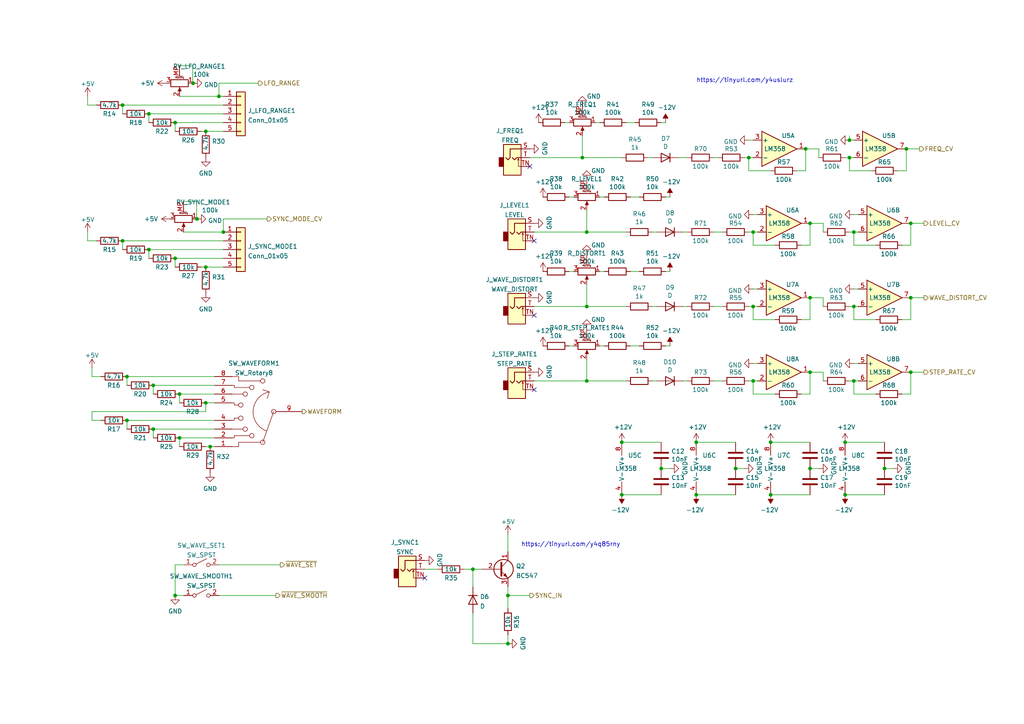
<source format=kicad_sch>
(kicad_sch (version 20211123) (generator eeschema)
  (paper "A4")
  (title_block (title "ED VCLFO") (date "2022-05-15") (rev "1.0") (company "RobotDialogs"))
  (lib_symbols
    (symbol "Amplifier_Operational:LM358" (pin_names (offset 0.127))
      (property "Reference" "U" (at 0 5.08 0))
      (property "Value" "LM358" (at 0 -5.08 0))
      (symbol "LM358_1_1"
        (pin output line (at 7.62 0 180) (length 2.54) (name "~") (number "1"))
        (pin input line (at -7.62 -2.54 0) (length 2.54) (name "-") (number "2"))
        (pin input line (at -7.62 2.54 0) (length 2.54) (name "+") (number "3"))
      )
      (symbol "LM358_2_1"
        (pin input line (at -7.62 2.54 0) (length 2.54) (name "+") (number "5"))
        (pin input line (at -7.62 -2.54 0) (length 2.54) (name "-") (number "6"))
        (pin output line (at 7.62 0 180) (length 2.54) (name "~") (number "7"))
      )
      (symbol "LM358_3_1"
        (pin power_in line (at -2.54 -7.62 90) (length 3.81) (name "V-") (number "4"))
        (pin power_in line (at -2.54 7.62 270) (length 3.81) (name "V+") (number "8"))
      )
    )
    (symbol "Connector:AudioJack2_SwitchT"
      (property "Reference" "J" (at 0 8.89 0))
      (property "Value" "AudioJack2_SwitchT" (at 0 6.35 0))
      (symbol "AudioJack2_SwitchT_1_1"
        (pin passive line (at 5.08 2.54 180) (length 2.54) (name "~") (number "S"))
        (pin passive line (at 5.08 0 180) (length 2.54) (name "~") (number "T"))
        (pin passive line (at 5.08 -2.54 180) (length 2.54) (name "~") (number "TN"))
      )
    )
    (symbol "Connector_Generic:Conn_01x05" (pin_names (offset 1.016) hide)
      (property "Reference" "J" (at 0 7.62 0))
      (property "Value" "Conn_01x05" (at 0 -7.62 0))
      (symbol "Conn_01x05_1_1"
        (pin passive line (at -5.08 5.08 0) (length 3.81) (name "Pin_1") (number "1"))
        (pin passive line (at -5.08 2.54 0) (length 3.81) (name "Pin_2") (number "2"))
        (pin passive line (at -5.08 0 0) (length 3.81) (name "Pin_3") (number "3"))
        (pin passive line (at -5.08 -2.54 0) (length 3.81) (name "Pin_4") (number "4"))
        (pin passive line (at -5.08 -5.08 0) (length 3.81) (name "Pin_5") (number "5"))
      )
    )
    (symbol "Device:C" (pin_numbers hide) (pin_names (offset 0.254))
      (property "Reference" "C" (at 0.635 2.54 0))
      (property "Value" "C" (at 0.635 -2.54 0))
      (symbol "C_1_1"
        (pin passive line (at 0 3.81 270) (length 2.794) (name "~") (number "1"))
        (pin passive line (at 0 -3.81 90) (length 2.794) (name "~") (number "2"))
      )
    )
    (symbol "Device:D" (pin_numbers hide) (pin_names (offset 1.016) hide)
      (property "Reference" "D" (at 0 2.54 0))
      (property "Value" "D" (at 0 -2.54 0))
      (symbol "D_1_1"
        (pin passive line (at -3.81 0 0) (length 2.54) (name "K") (number "1"))
        (pin passive line (at 3.81 0 180) (length 2.54) (name "A") (number "2"))
      )
    )
    (symbol "Device:R" (pin_numbers hide) (pin_names (offset 0))
      (property "Reference" "R" (at 2.032 0 90))
      (property "Value" "R" (at 0 0 90))
      (symbol "R_1_1"
        (pin passive line (at 0 3.81 270) (length 1.27) (name "~") (number "1"))
        (pin passive line (at 0 -3.81 90) (length 1.27) (name "~") (number "2"))
      )
    )
    (symbol "Device:R_Potentiometer_MountingPin" (pin_names (offset 1.016) hide)
      (property "Reference" "RV" (at -8.255 0 90))
      (property "Value" "R_Potentiometer_MountingPin" (at -6.35 0 90))
      (symbol "R_Potentiometer_MountingPin_1_1"
        (text "Mounting" (at -1.651 0 900) (effects (font (size 0.381 0.381))))
        (pin passive line (at 0 3.81 270) (length 1.27) (name "1") (number "1"))
        (pin passive line (at 3.81 0 180) (length 1.27) (name "2") (number "2"))
        (pin passive line (at 0 -3.81 90) (length 1.27) (name "3") (number "3"))
        (pin passive line (at -5.08 0 0) (length 3.048) (name "MountPin") (number "MP"))
      )
    )
    (symbol "My Stuff:SW_Rotary8" (pin_names (offset 1.016) hide)
      (property "Reference" "SW" (at 0 12.7 0))
      (property "Value" "SW_Rotary8" (at -0.254 -12.954 0))
      (symbol "SW_Rotary8_0_1"
        (pin passive line (at 10.16 10.16 180) (length 5.08) (name "1") (number "1"))
        (pin passive line (at 10.16 7.62 180) (length 5.08) (name "2") (number "2"))
        (pin passive line (at 10.16 5.08 180) (length 5.08) (name "3") (number "3"))
        (pin passive line (at 10.16 2.54 180) (length 5.08) (name "4") (number "4"))
        (pin passive line (at 10.16 -2.54 180) (length 5.08) (name "5") (number "5"))
        (pin passive line (at 10.16 -5.08 180) (length 5.08) (name "6") (number "6"))
        (pin passive line (at 10.16 -7.62 180) (length 5.08) (name "7") (number "7"))
        (pin passive line (at 10.16 -10.16 180) (length 5.08) (name "8") (number "8"))
        (pin passive line (at -15.24 0 0) (length 7.62) (name "9") (number "9"))
      )
    )
    (symbol "Switch:SW_SPST" (pin_names (offset 0) hide)
      (property "Reference" "SW" (at 0 3.175 0))
      (property "Value" "SW_SPST" (at 0 -2.54 0))
      (symbol "SW_SPST_1_1"
        (pin passive line (at -5.08 0 0) (length 2.54) (name "A") (number "1"))
        (pin passive line (at 5.08 0 180) (length 2.54) (name "B") (number "2"))
      )
    )
    (symbol "Transistor_BJT:BC547" (pin_names (offset 0) hide)
      (property "Reference" "Q" (at 5.08 1.905 0))
      (property "Value" "BC547" (at 5.08 0 0))
      (symbol "BC547_1_1"
        (pin passive line (at 2.54 5.08 270) (length 2.54) (name "C") (number "1"))
        (pin input line (at -5.08 0 0) (length 5.08) (name "B") (number "2"))
        (pin passive line (at 2.54 -5.08 90) (length 2.54) (name "E") (number "3"))
      )
    )
    (symbol "power:+12V" (power) (pin_names (offset 0))
      (property "Value" "+12V" (at 0 3.556 0))
      (symbol "+12V_1_1"
        (pin power_in line (at 0 0 90) (length 0) hide (name "+12V") (number "1"))
      )
    )
    (symbol "power:+5V" (power) (pin_names (offset 0))
      (property "Value" "+5V" (at 0 3.556 0))
      (symbol "+5V_1_1"
        (pin power_in line (at 0 0 90) (length 0) hide (name "+5V") (number "1"))
      )
    )
    (symbol "power:-12V" (power) (pin_names (offset 0))
      (property "Value" "-12V" (at 0 3.81 0))
      (symbol "-12V_0_0"
        (pin power_in line (at 0 0 90) (length 0) hide (name "-12V") (number "1"))
      )
    )
    (symbol "power:GND" (power) (pin_names (offset 0))
      (property "Value" "GND" (at 0 -3.81 0))
      (symbol "GND_1_1"
        (pin power_in line (at 0 0 270) (length 0) hide (name "GND") (number "1"))
      )
    )
  )
  (junction (at 43.18 33.02))
  (junction (at 170.18 110.49))
  (junction (at 59.69 77.47))
  (junction (at 218.44 67.31))
  (junction (at 262.89 43.18))
  (junction (at 56.0014 24.13))
  (junction (at 191.77 135.89))
  (junction (at 223.52 143.51))
  (junction (at 63.5 27.94))
  (junction (at 246.38 40.64))
  (junction (at 201.93 128.27))
  (junction (at 36.83 121.92))
  (junction (at 234.95 107.95))
  (junction (at 147.32 172.72))
  (junction (at 60.96 129.54))
  (junction (at 43.18 72.39))
  (junction (at 52.07 127))
  (junction (at 57.15 63.5))
  (junction (at 234.95 135.89))
  (junction (at 218.44 110.49))
  (junction (at 35.56 69.85))
  (junction (at 44.45 124.46))
  (junction (at 147.32 186.69))
  (junction (at 180.34 128.27))
  (junction (at 44.45 111.76))
  (junction (at 36.83 109.22))
  (junction (at 264.16 107.95))
  (junction (at 35.56 30.48))
  (junction (at 256.54 135.89))
  (junction (at 180.34 143.51))
  (junction (at 247.65 67.31))
  (junction (at 52.07 114.3))
  (junction (at 50.8 35.56))
  (junction (at 213.36 135.89))
  (junction (at 168.91 45.72))
  (junction (at 50.8 172.72))
  (junction (at 64.77 67.31))
  (junction (at 59.69 38.1))
  (junction (at 247.65 88.9))
  (junction (at 264.16 86.36))
  (junction (at 59.69 116.84))
  (junction (at 245.11 143.51))
  (junction (at 223.52 128.27))
  (junction (at 137.16 165.1))
  (junction (at 234.95 64.77))
  (junction (at 217.17 45.72))
  (junction (at 233.68 43.18))
  (junction (at 246.38 45.72))
  (junction (at 50.8 74.93))
  (junction (at 170.18 67.31))
  (junction (at 218.44 88.9))
  (junction (at 234.95 86.36))
  (junction (at 201.93 143.51))
  (junction (at 245.11 128.27))
  (junction (at 170.18 88.9))
  (junction (at 247.65 110.49))
  (junction (at 264.16 64.77))
  (no_connect (at 123.19 167.64))
  (no_connect (at 154.94 69.85))
  (no_connect (at 154.94 113.03))
  (no_connect (at 154.94 91.44))
  (no_connect (at 153.67 48.26))
  (wire (pts (xy 43.18 72.39) (xy 43.18 74.93)))
  (wire (pts (xy 64.77 38.1) (xy 59.69 38.1)))
  (wire (pts (xy 264.16 114.3) (xy 261.62 114.3)))
  (wire (pts (xy 264.16 64.77) (xy 267.97 64.77)))
  (wire (pts (xy 168.91 45.72) (xy 180.34 45.72)))
  (wire (pts (xy 247.65 105.41) (xy 248.92 105.41)))
  (wire (pts (xy 264.16 71.12) (xy 261.62 71.12)))
  (wire (pts (xy 218.44 62.23) (xy 219.71 62.23)))
  (wire (pts (xy 170.18 110.49) (xy 181.61 110.49)))
  (wire (pts (xy 234.95 86.36) (xy 238.76 86.36)))
  (wire (pts (xy 63.5 27.94) (xy 64.77 27.94)))
  (wire (pts (xy 245.11 45.72) (xy 246.38 45.72)))
  (wire (pts (xy 59.69 116.84) (xy 62.23 116.84)))
  (wire (pts (xy 246.38 67.31) (xy 247.65 67.31)))
  (wire (pts (xy 44.45 124.46) (xy 44.45 127)))
  (wire (pts (xy 252.73 49.53) (xy 246.38 49.53)))
  (wire (pts (xy 262.89 43.18) (xy 266.7 43.18)))
  (wire (pts (xy 59.69 129.54) (xy 60.96 129.54)))
  (wire (pts (xy 134.62 165.1) (xy 137.16 165.1)))
  (wire (pts (xy 64.77 35.56) (xy 50.8 35.56)))
  (wire (pts (xy 172.72 35.56) (xy 173.99 35.56)))
  (wire (pts (xy 234.95 92.71) (xy 232.41 92.71)))
  (wire (pts (xy 52.07 114.3) (xy 62.23 114.3)))
  (wire (pts (xy 254 71.12) (xy 247.65 71.12)))
  (wire (pts (xy 137.16 170.18) (xy 137.16 165.1)))
  (wire (pts (xy 264.16 86.36) (xy 267.97 86.36)))
  (wire (pts (xy 207.01 88.9) (xy 209.55 88.9)))
  (wire (pts (xy 217.17 45.72) (xy 218.44 45.72)))
  (wire (pts (xy 247.65 71.12) (xy 247.65 67.31)))
  (wire (pts (xy 154.94 67.31) (xy 170.18 67.31)))
  (wire (pts (xy 207.01 45.72) (xy 208.28 45.72)))
  (wire (pts (xy 36.83 109.22) (xy 62.23 109.22)))
  (wire (pts (xy 223.52 143.51) (xy 234.95 143.51)))
  (wire (pts (xy 63.5 24.13) (xy 63.5 27.94)))
  (wire (pts (xy 234.95 71.12) (xy 232.41 71.12)))
  (wire (pts (xy 168.91 39.37) (xy 168.91 45.72)))
  (wire (pts (xy 238.76 107.95) (xy 238.76 110.49)))
  (wire (pts (xy 52.07 19.05) (xy 55.88 19.05)))
  (wire (pts (xy 198.12 88.9) (xy 199.39 88.9)))
  (wire (pts (xy 154.94 88.9) (xy 170.18 88.9)))
  (wire (pts (xy 147.32 172.72) (xy 147.32 176.53)))
  (wire (pts (xy 223.52 49.53) (xy 217.17 49.53)))
  (wire (pts (xy 64.77 30.48) (xy 35.56 30.48)))
  (wire (pts (xy 246.38 40.64) (xy 247.65 40.64)))
  (wire (pts (xy 218.44 67.31) (xy 219.71 67.31)))
  (wire (pts (xy 187.96 45.72) (xy 189.23 45.72)))
  (wire (pts (xy 189.23 110.49) (xy 190.5 110.49)))
  (wire (pts (xy 44.45 111.76) (xy 62.23 111.76)))
  (wire (pts (xy 246.38 45.72) (xy 247.65 45.72)))
  (wire (pts (xy 218.44 92.71) (xy 218.44 88.9)))
  (wire (pts (xy 191.77 135.89) (xy 194.31 135.89)))
  (wire (pts (xy 154.94 110.49) (xy 170.18 110.49)))
  (wire (pts (xy 181.61 35.56) (xy 184.15 35.56)))
  (wire (pts (xy 201.93 143.51) (xy 213.36 143.51)))
  (wire (pts (xy 52.07 27.94) (xy 63.5 27.94)))
  (wire (pts (xy 63.5 172.72) (xy 80.01 172.72)))
  (wire (pts (xy 26.67 121.92) (xy 29.21 121.92)))
  (wire (pts (xy 215.9 45.72) (xy 217.17 45.72)))
  (wire (pts (xy 234.95 86.36) (xy 234.95 92.71)))
  (wire (pts (xy 64.77 77.47) (xy 59.69 77.47)))
  (wire (pts (xy 217.17 88.9) (xy 218.44 88.9)))
  (wire (pts (xy 180.34 128.27) (xy 191.77 128.27)))
  (wire (pts (xy 137.16 186.69) (xy 137.16 177.8)))
  (wire (pts (xy 170.18 82.55) (xy 170.18 88.9)))
  (wire (pts (xy 246.38 49.53) (xy 246.38 45.72)))
  (wire (pts (xy 194.31 78.74) (xy 193.04 78.74)))
  (wire (pts (xy 26.67 121.92) (xy 26.67 119.38)))
  (wire (pts (xy 256.54 135.89) (xy 259.08 135.89)))
  (wire (pts (xy 234.95 107.95) (xy 238.76 107.95)))
  (wire (pts (xy 217.17 67.31) (xy 218.44 67.31)))
  (wire (pts (xy 247.65 67.31) (xy 248.92 67.31)))
  (wire (pts (xy 43.18 33.02) (xy 43.18 35.56)))
  (wire (pts (xy 245.11 128.27) (xy 256.54 128.27)))
  (wire (pts (xy 247.65 62.23) (xy 248.92 62.23)))
  (wire (pts (xy 193.04 35.56) (xy 191.77 35.56)))
  (wire (pts (xy 123.19 165.1) (xy 127 165.1)))
  (wire (pts (xy 173.99 78.74) (xy 175.26 78.74)))
  (wire (pts (xy 170.18 67.31) (xy 181.61 67.31)))
  (wire (pts (xy 218.44 114.3) (xy 218.44 110.49)))
  (wire (pts (xy 264.16 92.71) (xy 261.62 92.71)))
  (wire (pts (xy 246.38 110.49) (xy 247.65 110.49)))
  (wire (pts (xy 246.38 88.9) (xy 247.65 88.9)))
  (wire (pts (xy 213.36 135.89) (xy 215.9 135.89)))
  (wire (pts (xy 264.16 64.77) (xy 264.16 71.12)))
  (wire (pts (xy 246.38 39.37) (xy 246.38 40.64)))
  (wire (pts (xy 224.79 92.71) (xy 218.44 92.71)))
  (wire (pts (xy 238.76 86.36) (xy 238.76 88.9)))
  (wire (pts (xy 64.77 63.5) (xy 64.77 67.31)))
  (wire (pts (xy 247.65 88.9) (xy 248.92 88.9)))
  (wire (pts (xy 198.12 67.31) (xy 199.39 67.31)))
  (wire (pts (xy 234.95 114.3) (xy 232.41 114.3)))
  (wire (pts (xy 218.44 105.41) (xy 219.71 105.41)))
  (wire (pts (xy 36.83 121.92) (xy 62.23 121.92)))
  (wire (pts (xy 182.88 100.33) (xy 185.42 100.33)))
  (wire (pts (xy 234.95 64.77) (xy 234.95 71.12)))
  (wire (pts (xy 170.18 104.14) (xy 170.18 110.49)))
  (wire (pts (xy 50.8 163.83) (xy 50.8 172.72)))
  (wire (pts (xy 217.17 40.64) (xy 218.44 40.64)))
  (wire (pts (xy 25.4 67.31) (xy 25.4 69.85)))
  (wire (pts (xy 53.2186 58.42) (xy 57.0286 58.42)))
  (wire (pts (xy 50.8 35.56) (xy 50.8 38.1)))
  (wire (pts (xy 36.83 109.22) (xy 36.83 111.76)))
  (wire (pts (xy 147.32 170.18) (xy 147.32 172.72)))
  (wire (pts (xy 53.34 163.83) (xy 50.8 163.83)))
  (wire (pts (xy 264.16 107.95) (xy 264.16 114.3)))
  (wire (pts (xy 64.77 74.93) (xy 50.8 74.93)))
  (wire (pts (xy 59.69 38.1) (xy 58.42 38.1)))
  (wire (pts (xy 147.32 154.94) (xy 147.32 160.02)))
  (wire (pts (xy 63.5 163.83) (xy 81.28 163.83)))
  (wire (pts (xy 64.77 72.39) (xy 43.18 72.39)))
  (wire (pts (xy 218.44 88.9) (xy 219.71 88.9)))
  (wire (pts (xy 55.88 19.05) (xy 55.88 24.13)))
  (wire (pts (xy 234.95 107.95) (xy 234.95 114.3)))
  (wire (pts (xy 57.0286 58.42) (xy 57.0286 63.5)))
  (wire (pts (xy 64.77 69.85) (xy 35.56 69.85)))
  (wire (pts (xy 173.99 57.15) (xy 175.26 57.15)))
  (wire (pts (xy 233.68 43.18) (xy 237.49 43.18)))
  (wire (pts (xy 262.89 49.53) (xy 260.35 49.53)))
  (wire (pts (xy 50.8 74.93) (xy 50.8 77.47)))
  (wire (pts (xy 217.17 110.49) (xy 218.44 110.49)))
  (wire (pts (xy 234.95 135.89) (xy 237.49 135.89)))
  (wire (pts (xy 52.07 127) (xy 62.23 127)))
  (wire (pts (xy 163.83 35.56) (xy 165.1 35.56)))
  (wire (pts (xy 26.67 109.22) (xy 29.21 109.22)))
  (wire (pts (xy 26.67 119.38) (xy 59.69 119.38)))
  (wire (pts (xy 245.11 143.51) (xy 256.54 143.51)))
  (wire (pts (xy 201.93 128.27) (xy 213.36 128.27)))
  (wire (pts (xy 264.16 86.36) (xy 264.16 92.71)))
  (wire (pts (xy 74.93 24.13) (xy 63.5 24.13)))
  (wire (pts (xy 26.67 106.68) (xy 26.67 109.22)))
  (wire (pts (xy 254 114.3) (xy 247.65 114.3)))
  (wire (pts (xy 165.1 57.15) (xy 166.37 57.15)))
  (wire (pts (xy 59.69 77.47) (xy 58.42 77.47)))
  (wire (pts (xy 147.32 184.15) (xy 147.32 186.69)))
  (wire (pts (xy 25.4 30.48) (xy 27.94 30.48)))
  (wire (pts (xy 254 92.71) (xy 247.65 92.71)))
  (wire (pts (xy 50.8 172.72) (xy 53.34 172.72)))
  (wire (pts (xy 207.01 110.49) (xy 209.55 110.49)))
  (wire (pts (xy 153.67 45.72) (xy 168.91 45.72)))
  (wire (pts (xy 194.31 100.33) (xy 193.04 100.33)))
  (wire (pts (xy 224.79 114.3) (xy 218.44 114.3)))
  (wire (pts (xy 247.65 110.49) (xy 248.92 110.49)))
  (wire (pts (xy 182.88 78.74) (xy 185.42 78.74)))
  (wire (pts (xy 218.44 71.12) (xy 218.44 67.31)))
  (wire (pts (xy 233.68 43.18) (xy 233.68 49.53)))
  (wire (pts (xy 77.47 63.5) (xy 64.77 63.5)))
  (wire (pts (xy 198.12 110.49) (xy 199.39 110.49)))
  (wire (pts (xy 64.77 33.02) (xy 43.18 33.02)))
  (wire (pts (xy 25.4 69.85) (xy 27.94 69.85)))
  (wire (pts (xy 170.18 60.96) (xy 170.18 67.31)))
  (wire (pts (xy 218.44 110.49) (xy 219.71 110.49)))
  (wire (pts (xy 262.89 43.18) (xy 262.89 49.53)))
  (wire (pts (xy 165.1 78.74) (xy 166.37 78.74)))
  (wire (pts (xy 36.83 121.92) (xy 36.83 124.46)))
  (wire (pts (xy 53.2186 67.31) (xy 64.77 67.31)))
  (wire (pts (xy 35.56 69.85) (xy 35.56 72.39)))
  (wire (pts (xy 44.45 111.76) (xy 44.45 114.3)))
  (wire (pts (xy 196.85 45.72) (xy 199.39 45.72)))
  (wire (pts (xy 238.76 64.77) (xy 238.76 67.31)))
  (wire (pts (xy 60.96 129.54) (xy 62.23 129.54)))
  (wire (pts (xy 52.07 114.3) (xy 52.07 116.84)))
  (wire (pts (xy 234.95 64.77) (xy 238.76 64.77)))
  (wire (pts (xy 165.1 100.33) (xy 166.37 100.33)))
  (wire (pts (xy 137.16 165.1) (xy 139.7 165.1)))
  (wire (pts (xy 52.07 127) (xy 52.07 129.54)))
  (wire (pts (xy 247.65 92.71) (xy 247.65 88.9)))
  (wire (pts (xy 59.69 116.84) (xy 59.69 119.38)))
  (wire (pts (xy 173.99 100.33) (xy 175.26 100.33)))
  (wire (pts (xy 44.45 124.46) (xy 62.23 124.46)))
  (wire (pts (xy 182.88 57.15) (xy 185.42 57.15)))
  (wire (pts (xy 207.01 67.31) (xy 209.55 67.31)))
  (wire (pts (xy 25.4 27.94) (xy 25.4 30.48)))
  (wire (pts (xy 147.32 172.72) (xy 153.67 172.72)))
  (wire (pts (xy 223.52 128.27) (xy 234.95 128.27)))
  (wire (pts (xy 224.79 71.12) (xy 218.44 71.12)))
  (wire (pts (xy 233.68 49.53) (xy 231.14 49.53)))
  (wire (pts (xy 247.65 114.3) (xy 247.65 110.49)))
  (wire (pts (xy 247.65 83.82) (xy 248.92 83.82)))
  (wire (pts (xy 217.17 49.53) (xy 217.17 45.72)))
  (wire (pts (xy 264.16 107.95) (xy 267.97 107.95)))
  (wire (pts (xy 35.56 30.48) (xy 35.56 33.02)))
  (wire (pts (xy 218.44 83.82) (xy 219.71 83.82)))
  (wire (pts (xy 170.18 88.9) (xy 181.61 88.9)))
  (wire (pts (xy 147.32 186.69) (xy 137.16 186.69)))
  (wire (pts (xy 189.23 67.31) (xy 190.5 67.31)))
  (wire (pts (xy 180.34 143.51) (xy 191.77 143.51)))
  (wire (pts (xy 189.23 88.9) (xy 190.5 88.9)))
  (wire (pts (xy 194.31 57.15) (xy 193.04 57.15)))
  (wire (pts (xy 237.49 43.18) (xy 237.49 45.72)))
  (text "https://tinyurl.com/y4uslurz" (at 201.93 24.13 0) (effects (font (size 1.27 1.27)) (justify left bottom)))
  (text "https://tinyurl.com/y4q85rny" (at 151.13 158.75 0) (effects (font (size 1.27 1.27)) (justify left bottom)))
  (hierarchical_label "~{WAVE_SET}" (shape output) (at 81.28 163.83 0))
  (hierarchical_label "FREQ_CV" (shape output) (at 266.7 43.18 0))
  (hierarchical_label "SYNC_MODE_CV" (shape output) (at 77.47 63.5 0))
  (hierarchical_label "WAVE_DISTORT_CV" (shape output) (at 267.97 86.36 0))
  (hierarchical_label "STEP_RATE_CV" (shape output) (at 267.97 107.95 0))
  (hierarchical_label "SYNC_IN" (shape output) (at 153.67 172.72 0))
  (hierarchical_label "WAVEFORM" (shape output) (at 87.63 119.38 0))
  (hierarchical_label "LFO_RANGE" (shape output) (at 74.93 24.13 0))
  (hierarchical_label "LEVEL_CV" (shape output) (at 267.97 64.77 0))
  (hierarchical_label "~{WAVE_SMOOTH}" (shape output) (at 80.01 172.72 0))
  (symbol (lib_id "Connector_Generic:Conn_01x05") (at 69.85 72.39 0) (unit 1)
    (property "Reference" "J_SYNC_MODE1" (at 71.882 71.4815 0) (effects (justify left)))
    (property "Value" "Conn_01x05" (at 71.882 74.2566 0) (effects (justify left)))
    (property "Footprint" "Connector_PinSocket_2.54mm:PinSocket_1x05_P2.54mm_Horizontal" (effects hide))
  )
  (symbol (lib_id "power:GND") (at 247.65 62.23 270) (unit 1)
    (property "Reference" "#PWR045" (effects hide))
    (property "Value" "GND" (at 244.4751 62.709 90) (effects (justify right)))
  )
  (symbol (lib_id "Device:R") (at 48.26 114.3 270) (mirror x) (unit 1)
    (property "Reference" "R24" (at 48.26 116.84 90))
    (property "Value" "10k" (at 48.26 114.3 90))
    (property "Footprint" "Resistor_SMD:R_1206_3216Metric_Pad1.30x1.75mm_HandSolder" (effects hide))
  )
  (symbol (lib_id "Device:R") (at 161.29 57.15 90) (unit 1)
    (property "Reference" "R38" (at 161.29 51.8922 90))
    (property "Value" "10k" (at 161.29 54.2036 90))
    (property "Footprint" "Resistor_SMD:R_1206_3216Metric_Pad1.30x1.75mm_HandSolder" (effects hide))
  )
  (symbol (lib_id "Device:R") (at 203.2 45.72 270) (unit 1)
    (property "Reference" "R70" (at 203.2 43.18 90))
    (property "Value" "100k" (at 203.2 48.26 90))
    (property "Footprint" "Resistor_SMD:R_1206_3216Metric_Pad1.30x1.75mm_HandSolder" (effects hide))
  )
  (symbol (lib_id "Device:R") (at 256.54 49.53 270) (unit 1)
    (property "Reference" "R65" (at 256.54 46.99 90))
    (property "Value" "100k" (at 256.54 52.07 90))
    (property "Footprint" "Resistor_SMD:R_1206_3216Metric_Pad1.30x1.75mm_HandSolder" (effects hide))
  )
  (symbol (lib_id "power:+5V") (at 48.26 24.13 90) (mirror x) (unit 1)
    (property "Reference" "#PWR020" (effects hide))
    (property "Value" "+5V" (at 40.64 24.13 90) (effects (justify right)))
  )
  (symbol (lib_id "Device:R") (at 179.07 78.74 90) (unit 1)
    (property "Reference" "R43" (at 179.07 73.4822 90))
    (property "Value" "100k" (at 179.07 75.7936 90))
    (property "Footprint" "Resistor_SMD:R_1206_3216Metric_Pad1.30x1.75mm_HandSolder" (effects hide))
  )
  (symbol (lib_id "Device:R") (at 242.57 67.31 270) (unit 1)
    (property "Reference" "R62" (at 242.57 64.77 90))
    (property "Value" "100k" (at 242.57 69.85 90))
    (property "Footprint" "Resistor_SMD:R_1206_3216Metric_Pad1.30x1.75mm_HandSolder" (effects hide))
  )
  (symbol (lib_id "Device:R") (at 46.99 35.56 270) (mirror x) (unit 1)
    (property "Reference" "R22" (at 46.99 38.1 90))
    (property "Value" "10k" (at 46.99 35.56 90))
    (property "Footprint" "Resistor_SMD:R_1206_3216Metric_Pad1.30x1.75mm_HandSolder" (effects hide))
  )
  (symbol (lib_id "Device:D") (at 194.31 88.9 180) (unit 1)
    (property "Reference" "D9" (at 194.31 83.3882 0))
    (property "Value" "D" (at 194.31 85.6996 0))
    (property "Footprint" "Diode_THT:D_A-405_P7.62mm_Horizontal" (effects hide))
  )
  (symbol (lib_id "Device:R") (at 213.36 88.9 270) (unit 1)
    (property "Reference" "R55" (at 213.36 86.36 90))
    (property "Value" "100k" (at 213.36 91.44 90))
    (property "Footprint" "Resistor_SMD:R_1206_3216Metric_Pad1.30x1.75mm_HandSolder" (effects hide))
  )
  (symbol (lib_id "Amplifier_Operational:LM358") (at 247.65 135.89 0) (unit 3)
    (property "Reference" "U8" (at 248.92 132.08 0))
    (property "Value" "LM358" (at 246.38 135.89 0))
    (property "Footprint" "Package_DIP:DIP-8_W7.62mm_Socket_LongPads" (effects hide))
    (property "Datasheet" "http://www.ti.com/lit/ds/symlink/lm2904-n.pdf" (effects hide))
  )
  (symbol (lib_id "Device:R") (at 59.69 41.91 0) (mirror y) (unit 1)
    (property "Reference" "R30" (at 61.468 41.0015 0) (effects (justify right)))
    (property "Value" "4.7k" (at 59.69 39.37 90) (effects (justify right)))
    (property "Footprint" "Resistor_SMD:R_1206_3216Metric_Pad1.30x1.75mm_HandSolder" (effects hide))
  )
  (symbol (lib_id "power:GND") (at 154.94 64.77 90) (unit 1)
    (property "Reference" "#PWR057" (effects hide))
    (property "Value" "GND" (at 159.3342 64.643 0))
  )
  (symbol (lib_id "power:+5V") (at 147.32 154.94 0) (mirror y) (unit 1)
    (property "Reference" "#PWR016" (effects hide))
    (property "Value" "+5V" (at 147.32 151.3355 0))
  )
  (symbol (lib_id "Connector:AudioJack2_SwitchT") (at 149.86 67.31 0) (unit 1)
    (property "Reference" "J_LEVEL1" (at 149.225 59.5335 0))
    (property "Value" "LEVEL" (at 149.225 62.3086 0))
    (property "Footprint" "My Stuff:Jack_3.5mm_MJ-355W_and_PJ398SM_Vertical" (effects hide))
  )
  (symbol (lib_id "Device:R") (at 59.69 81.28 0) (mirror y) (unit 1)
    (property "Reference" "R31" (at 61.468 80.3715 0) (effects (justify right)))
    (property "Value" "4.7k" (at 59.69 78.74 90) (effects (justify right)))
    (property "Footprint" "Resistor_SMD:R_1206_3216Metric_Pad1.30x1.75mm_HandSolder" (effects hide))
  )
  (symbol (lib_id "Device:R") (at 212.09 45.72 270) (unit 1)
    (property "Reference" "R53" (at 212.09 43.18 90))
    (property "Value" "100k" (at 212.09 48.26 90))
    (property "Footprint" "Resistor_SMD:R_1206_3216Metric_Pad1.30x1.75mm_HandSolder" (effects hide))
  )
  (symbol (lib_id "Device:R_Potentiometer_MountingPin") (at 168.91 35.56 270) (unit 1)
    (property "Reference" "R_FREQ1" (at 168.91 30.3022 90))
    (property "Value" "100k" (at 168.91 32.6136 90))
    (property "Footprint" "My Stuff:Potentiometer_Alpha_RD901F-40-00D_Single_Vertical_w_3d" (effects hide))
  )
  (symbol (lib_id "Connector:AudioJack2_SwitchT") (at 148.59 45.72 0) (unit 1)
    (property "Reference" "J_FREQ1" (at 147.955 37.9435 0))
    (property "Value" "FREQ" (at 147.955 40.7186 0))
    (property "Footprint" "My Stuff:Jack_3.5mm_MJ-355W_and_PJ398SM_Vertical" (effects hide))
  )
  (symbol (lib_id "Device:R") (at 213.36 110.49 270) (unit 1)
    (property "Reference" "R56" (at 213.36 107.95 90))
    (property "Value" "100k" (at 213.36 113.03 90))
    (property "Footprint" "Resistor_SMD:R_1206_3216Metric_Pad1.30x1.75mm_HandSolder" (effects hide))
  )
  (symbol (lib_id "Device:C") (at 256.54 139.7 180) (unit 1)
    (property "Reference" "C19" (at 259.461 138.5316 0) (effects (justify right)))
    (property "Value" "10nF" (at 259.461 140.843 0) (effects (justify right)))
    (property "Footprint" "Capacitor_SMD:C_1206_3216Metric_Pad1.33x1.80mm_HandSolder" (effects hide))
  )
  (symbol (lib_id "Device:R") (at 55.88 129.54 270) (mirror x) (unit 1)
    (property "Reference" "R29" (at 55.88 132.08 90))
    (property "Value" "10k" (at 55.88 129.54 90))
    (property "Footprint" "Resistor_SMD:R_1206_3216Metric_Pad1.30x1.75mm_HandSolder" (effects hide))
  )
  (symbol (lib_id "power:GND") (at 170.18 52.07 180) (unit 1)
    (property "Reference" "#PWR054" (effects hide))
    (property "Value" "GND" (at 171.45 49.53 0) (effects (justify right)))
  )
  (symbol (lib_id "power:-12V") (at 180.34 143.51 180) (unit 1)
    (property "Reference" "#PWR026" (effects hide))
    (property "Value" "-12V" (at 179.959 147.9042 0))
  )
  (symbol (lib_id "power:GND") (at 194.31 135.89 90) (unit 1)
    (property "Reference" "#PWR027" (effects hide))
    (property "Value" "GND" (at 198.7042 135.763 0))
  )
  (symbol (lib_id "power:+12V") (at 223.52 128.27 0) (unit 1)
    (property "Reference" "#PWR039" (effects hide))
    (property "Value" "+12V" (at 223.901 123.8758 0))
  )
  (symbol (lib_id "Amplifier_Operational:LM358") (at 256.54 86.36 0) (unit 2)
    (property "Reference" "U7" (at 259.08 82.55 0))
    (property "Value" "LM358" (at 255.27 86.36 0))
    (property "Footprint" "Package_DIP:DIP-8_W7.62mm_Socket_LongPads" (effects hide))
    (property "Datasheet" "http://www.ti.com/lit/ds/symlink/lm2904-n.pdf" (effects hide))
  )
  (symbol (lib_id "power:+12V") (at 180.34 128.27 0) (unit 1)
    (property "Reference" "#PWR025" (effects hide))
    (property "Value" "+12V" (at 180.721 123.8758 0))
  )
  (symbol (lib_id "Device:C") (at 191.77 139.7 180) (unit 1)
    (property "Reference" "C13" (at 194.691 138.5316 0) (effects (justify right)))
    (property "Value" "10nF" (at 194.691 140.843 0) (effects (justify right)))
    (property "Footprint" "Capacitor_SMD:C_1206_3216Metric_Pad1.33x1.80mm_HandSolder" (effects hide))
  )
  (symbol (lib_id "Device:D") (at 193.04 45.72 180) (unit 1)
    (property "Reference" "D7" (at 193.04 40.2082 0))
    (property "Value" "D" (at 193.04 42.5196 0))
    (property "Footprint" "Diode_THT:D_A-405_P7.62mm_Horizontal" (effects hide))
  )
  (symbol (lib_id "Connector:AudioJack2_SwitchT") (at 149.86 88.9 0) (unit 1)
    (property "Reference" "J_WAVE_DISTORT1" (at 149.225 81.1235 0))
    (property "Value" "WAVE_DISTORT" (at 149.225 83.8986 0))
    (property "Footprint" "My Stuff:Jack_3.5mm_MJ-355W_and_PJ398SM_Vertical" (effects hide))
  )
  (symbol (lib_id "Device:C") (at 213.36 132.08 180) (unit 1)
    (property "Reference" "C14" (at 216.281 130.9116 0) (effects (justify right)))
    (property "Value" "10nF" (at 216.281 133.223 0) (effects (justify right)))
    (property "Footprint" "Capacitor_SMD:C_1206_3216Metric_Pad1.33x1.80mm_HandSolder" (effects hide))
  )
  (symbol (lib_id "Device:D") (at 194.31 110.49 180) (unit 1)
    (property "Reference" "D10" (at 194.31 104.9782 0))
    (property "Value" "D" (at 194.31 107.2896 0))
    (property "Footprint" "Diode_THT:D_A-405_P7.62mm_Horizontal" (effects hide))
  )
  (symbol (lib_id "Device:R_Potentiometer_MountingPin") (at 170.18 100.33 270) (unit 1)
    (property "Reference" "R_STEP_RATE1" (at 170.18 95.0722 90))
    (property "Value" "100k" (at 170.18 97.3836 90))
    (property "Footprint" "My Stuff:Potentiometer_Alpha_RD901F-40-00D_Single_Vertical_w_3d" (effects hide))
  )
  (symbol (lib_id "Device:R") (at 257.81 92.71 270) (unit 1)
    (property "Reference" "R67" (at 257.81 90.17 90))
    (property "Value" "100k" (at 257.81 95.25 90))
    (property "Footprint" "Resistor_SMD:R_1206_3216Metric_Pad1.30x1.75mm_HandSolder" (effects hide))
  )
  (symbol (lib_id "power:+5V") (at 25.4 27.94 0) (mirror y) (unit 1)
    (property "Reference" "#PWR07" (effects hide))
    (property "Value" "+5V" (at 25.4 24.3355 0))
  )
  (symbol (lib_id "Device:R") (at 48.26 127 270) (mirror x) (unit 1)
    (property "Reference" "R25" (at 48.26 129.54 90))
    (property "Value" "10k" (at 48.26 127 90))
    (property "Footprint" "Resistor_SMD:R_1206_3216Metric_Pad1.30x1.75mm_HandSolder" (effects hide))
  )
  (symbol (lib_id "Device:R") (at 189.23 78.74 90) (unit 1)
    (property "Reference" "R51" (at 189.23 73.4822 90))
    (property "Value" "10k" (at 189.23 75.7936 90))
    (property "Footprint" "Resistor_SMD:R_1206_3216Metric_Pad1.30x1.75mm_HandSolder" (effects hide))
  )
  (symbol (lib_id "Device:R") (at 33.02 109.22 270) (mirror x) (unit 1)
    (property "Reference" "R16" (at 33.02 111.76 90))
    (property "Value" "4.7k" (at 33.02 109.22 90))
    (property "Footprint" "Resistor_SMD:R_1206_3216Metric_Pad1.30x1.75mm_HandSolder" (effects hide))
  )
  (symbol (lib_id "power:GND") (at 218.44 83.82 270) (unit 1)
    (property "Reference" "#PWR037" (effects hide))
    (property "Value" "GND" (at 215.2651 84.299 90) (effects (justify right)))
  )
  (symbol (lib_id "Amplifier_Operational:LM358") (at 226.06 43.18 0) (unit 1)
    (property "Reference" "U5" (at 228.6 39.37 0))
    (property "Value" "LM358" (at 224.79 43.18 0))
    (property "Footprint" "Package_DIP:DIP-8_W7.62mm_Socket_LongPads" (effects hide))
    (property "Datasheet" "http://www.ti.com/lit/ds/symlink/lm2904-n.pdf" (effects hide))
  )
  (symbol (lib_id "Device:R") (at 60.96 133.35 0) (mirror y) (unit 1)
    (property "Reference" "R32" (at 62.738 132.4415 0) (effects (justify right)))
    (property "Value" "4.7k" (at 60.96 130.81 90) (effects (justify right)))
    (property "Footprint" "Resistor_SMD:R_1206_3216Metric_Pad1.30x1.75mm_HandSolder" (effects hide))
  )
  (symbol (lib_id "power:GND") (at 217.17 40.64 270) (unit 1)
    (property "Reference" "#PWR035" (effects hide))
    (property "Value" "GND" (at 213.9951 41.119 90) (effects (justify right)))
  )
  (symbol (lib_id "Device:R") (at 228.6 71.12 270) (unit 1)
    (property "Reference" "R58" (at 228.6 68.58 90))
    (property "Value" "100k" (at 228.6 73.66 90))
    (property "Footprint" "Resistor_SMD:R_1206_3216Metric_Pad1.30x1.75mm_HandSolder" (effects hide))
  )
  (symbol (lib_id "power:GND") (at 123.19 162.56 90) (unit 1)
    (property "Reference" "#PWR015" (effects hide))
    (property "Value" "GND" (at 127.5842 162.433 0))
  )
  (symbol (lib_id "My Stuff:SW_Rotary8") (at 72.39 119.38 180) (unit 1)
    (property "Reference" "SW_WAVEFORM1" (at 73.66 105.3805 0))
    (property "Value" "SW_Rotary8" (at 73.66 108.1556 0))
    (property "Footprint" "My Stuff:8_position_rotary" (effects hide))
  )
  (symbol (lib_id "Device:R") (at 46.99 74.93 270) (mirror x) (unit 1)
    (property "Reference" "R23" (at 46.99 77.47 90))
    (property "Value" "10k" (at 46.99 74.93 90))
    (property "Footprint" "Resistor_SMD:R_1206_3216Metric_Pad1.30x1.75mm_HandSolder" (effects hide))
  )
  (symbol (lib_id "Device:R") (at 189.23 100.33 90) (unit 1)
    (property "Reference" "R52" (at 189.23 95.0722 90))
    (property "Value" "10k" (at 189.23 97.3836 90))
    (property "Footprint" "Resistor_SMD:R_1206_3216Metric_Pad1.30x1.75mm_HandSolder" (effects hide))
  )
  (symbol (lib_id "power:GND") (at 153.67 43.18 90) (unit 1)
    (property "Reference" "#PWR053" (effects hide))
    (property "Value" "GND" (at 158.0642 43.053 0))
  )
  (symbol (lib_id "Amplifier_Operational:LM358") (at 226.06 135.89 0) (unit 3)
    (property "Reference" "U7" (at 227.33 132.08 0))
    (property "Value" "LM358" (at 224.79 135.89 0))
    (property "Footprint" "Package_DIP:DIP-8_W7.62mm_Socket_LongPads" (effects hide))
    (property "Datasheet" "http://www.ti.com/lit/ds/symlink/lm2904-n.pdf" (effects hide))
  )
  (symbol (lib_id "power:GND") (at 218.44 105.41 270) (unit 1)
    (property "Reference" "#PWR038" (effects hide))
    (property "Value" "GND" (at 215.2651 105.889 90) (effects (justify right)))
  )
  (symbol (lib_id "Device:R") (at 130.81 165.1 270) (mirror x) (unit 1)
    (property "Reference" "R35" (at 130.81 167.64 90))
    (property "Value" "10k" (at 130.81 165.1 90))
    (property "Footprint" "Resistor_SMD:R_1206_3216Metric_Pad1.30x1.75mm_HandSolder" (effects hide))
  )
  (symbol (lib_id "Device:R") (at 161.29 78.74 90) (unit 1)
    (property "Reference" "R39" (at 161.29 73.4822 90))
    (property "Value" "10k" (at 161.29 75.7936 90))
    (property "Footprint" "Resistor_SMD:R_1206_3216Metric_Pad1.30x1.75mm_HandSolder" (effects hide))
  )
  (symbol (lib_id "Switch:SW_SPST") (at 58.42 163.83 0) (unit 1)
    (property "Reference" "SW_WAVE_SET1" (at 58.42 158.2125 0))
    (property "Value" "SW_SPST" (at 58.42 160.9876 0))
    (property "Footprint" "My Stuff:SPDT_Toggle" (effects hide))
  )
  (symbol (lib_id "power:GND") (at 59.69 45.72 0) (unit 1)
    (property "Reference" "#PWR011" (effects hide))
    (property "Value" "GND" (at 59.69 50.2825 0))
  )
  (symbol (lib_id "power:+5V") (at 25.4 67.31 0) (mirror y) (unit 1)
    (property "Reference" "#PWR08" (effects hide))
    (property "Value" "+5V" (at 25.4 63.7055 0))
  )
  (symbol (lib_id "Device:R") (at 147.32 180.34 0) (mirror y) (unit 1)
    (property "Reference" "R36" (at 149.86 180.34 90))
    (property "Value" "10k" (at 147.32 180.34 90))
    (property "Footprint" "Resistor_SMD:R_1206_3216Metric_Pad1.30x1.75mm_HandSolder" (effects hide))
  )
  (symbol (lib_id "Device:R") (at 184.15 45.72 90) (unit 1)
    (property "Reference" "R45" (at 184.15 40.4622 90))
    (property "Value" "1k" (at 184.15 42.7736 90))
    (property "Footprint" "Resistor_SMD:R_1206_3216Metric_Pad1.30x1.75mm_HandSolder" (effects hide))
  )
  (symbol (lib_id "Device:R") (at 203.2 67.31 270) (unit 1)
    (property "Reference" "R71" (at 203.2 64.77 90))
    (property "Value" "100k" (at 203.2 69.85 90))
    (property "Footprint" "Resistor_SMD:R_1206_3216Metric_Pad1.30x1.75mm_HandSolder" (effects hide))
  )
  (symbol (lib_id "power:GND") (at 56.0014 24.13 90) (unit 1)
    (property "Reference" "#PWR022" (effects hide))
    (property "Value" "GND" (at 59.1764 24.609 90) (effects (justify right)))
  )
  (symbol (lib_id "power:+5V") (at 49.4086 63.5 90) (mirror x) (unit 1)
    (property "Reference" "#PWR055" (effects hide))
    (property "Value" "+5V" (at 41.7886 63.5 90) (effects (justify right)))
  )
  (symbol (lib_id "Device:R_Potentiometer_MountingPin") (at 52.07 24.13 270) (unit 1)
    (property "Reference" "RV_LFO_RANGE1" (at 57.7797 19.2743 90))
    (property "Value" "100k" (at 58.42 21.59 90))
    (property "Footprint" "My Stuff:Potentiometer_Alpha_RD901F-40-00D_Single_Vertical_w_3d" (effects hide))
  )
  (symbol (lib_id "Device:R") (at 54.61 77.47 270) (mirror x) (unit 1)
    (property "Reference" "R27" (at 54.61 80.01 90))
    (property "Value" "10k" (at 54.61 77.47 90))
    (property "Footprint" "Resistor_SMD:R_1206_3216Metric_Pad1.30x1.75mm_HandSolder" (effects hide))
  )
  (symbol (lib_id "Device:R") (at 241.3 45.72 270) (unit 1)
    (property "Reference" "R61" (at 241.3 43.18 90))
    (property "Value" "100k" (at 241.3 48.26 90))
    (property "Footprint" "Resistor_SMD:R_1206_3216Metric_Pad1.30x1.75mm_HandSolder" (effects hide))
  )
  (symbol (lib_id "Amplifier_Operational:LM358") (at 227.33 107.95 0) (unit 1)
    (property "Reference" "U8" (at 229.87 104.14 0))
    (property "Value" "LM358" (at 226.06 107.95 0))
    (property "Footprint" "Package_DIP:DIP-8_W7.62mm_Socket_LongPads" (effects hide))
    (property "Datasheet" "http://www.ti.com/lit/ds/symlink/lm2904-n.pdf" (effects hide))
  )
  (symbol (lib_id "Device:R") (at 203.2 88.9 270) (unit 1)
    (property "Reference" "R72" (at 203.2 86.36 90))
    (property "Value" "100k" (at 203.2 91.44 90))
    (property "Footprint" "Resistor_SMD:R_1206_3216Metric_Pad1.30x1.75mm_HandSolder" (effects hide))
  )
  (symbol (lib_id "Device:R") (at 39.37 72.39 270) (mirror x) (unit 1)
    (property "Reference" "R19" (at 39.37 74.93 90))
    (property "Value" "10k" (at 39.37 72.39 90))
    (property "Footprint" "Resistor_SMD:R_1206_3216Metric_Pad1.30x1.75mm_HandSolder" (effects hide))
  )
  (symbol (lib_id "power:GND") (at 170.18 73.66 180) (unit 1)
    (property "Reference" "#PWR058" (effects hide))
    (property "Value" "GND" (at 171.45 71.12 0) (effects (justify right)))
  )
  (symbol (lib_id "Device:R") (at 160.02 35.56 90) (unit 1)
    (property "Reference" "R37" (at 160.02 30.3022 90))
    (property "Value" "10k" (at 160.02 32.6136 90))
    (property "Footprint" "Resistor_SMD:R_1206_3216Metric_Pad1.30x1.75mm_HandSolder" (effects hide))
  )
  (symbol (lib_id "Switch:SW_SPST") (at 58.42 172.72 0) (unit 1)
    (property "Reference" "SW_WAVE_SMOOTH1" (at 58.42 167.1025 0))
    (property "Value" "SW_SPST" (at 58.42 169.8776 0))
    (property "Footprint" "My Stuff:SPDT_Toggle" (effects hide))
  )
  (symbol (lib_id "power:GND") (at 60.96 137.16 0) (unit 1)
    (property "Reference" "#PWR013" (effects hide))
    (property "Value" "GND" (at 60.96 141.7225 0))
  )
  (symbol (lib_id "Device:C") (at 213.36 139.7 180) (unit 1)
    (property "Reference" "C15" (at 216.281 138.5316 0) (effects (justify right)))
    (property "Value" "10nF" (at 216.281 140.843 0) (effects (justify right)))
    (property "Footprint" "Capacitor_SMD:C_1206_3216Metric_Pad1.33x1.80mm_HandSolder" (effects hide))
  )
  (symbol (lib_id "Device:R") (at 31.75 69.85 270) (mirror x) (unit 1)
    (property "Reference" "R15" (at 31.75 72.39 90))
    (property "Value" "4.7k" (at 31.75 69.85 90))
    (property "Footprint" "Resistor_SMD:R_1206_3216Metric_Pad1.30x1.75mm_HandSolder" (effects hide))
  )
  (symbol (lib_id "power:+5V") (at 26.67 106.68 0) (mirror y) (unit 1)
    (property "Reference" "#PWR09" (effects hide))
    (property "Value" "+5V" (at 26.67 103.0755 0))
  )
  (symbol (lib_id "power:-12V") (at 194.31 100.33 0) (unit 1)
    (property "Reference" "#PWR033" (effects hide))
    (property "Value" "-12V" (at 194.691 95.9358 0))
  )
  (symbol (lib_id "Device:R") (at 185.42 110.49 90) (unit 1)
    (property "Reference" "R48" (at 185.42 105.2322 90))
    (property "Value" "1k" (at 185.42 107.5436 90))
    (property "Footprint" "Resistor_SMD:R_1206_3216Metric_Pad1.30x1.75mm_HandSolder" (effects hide))
  )
  (symbol (lib_id "Device:R") (at 228.6 114.3 270) (unit 1)
    (property "Reference" "R60" (at 228.6 111.76 90))
    (property "Value" "100k" (at 228.6 116.84 90))
    (property "Footprint" "Resistor_SMD:R_1206_3216Metric_Pad1.30x1.75mm_HandSolder" (effects hide))
  )
  (symbol (lib_id "Device:R") (at 185.42 88.9 90) (unit 1)
    (property "Reference" "R47" (at 185.42 83.6422 90))
    (property "Value" "1k" (at 185.42 85.9536 90))
    (property "Footprint" "Resistor_SMD:R_1206_3216Metric_Pad1.30x1.75mm_HandSolder" (effects hide))
  )
  (symbol (lib_id "power:GND") (at 170.18 95.25 180) (unit 1)
    (property "Reference" "#PWR060" (effects hide))
    (property "Value" "GND" (at 171.45 92.71 0) (effects (justify right)))
  )
  (symbol (lib_id "power:GND") (at 247.65 105.41 270) (unit 1)
    (property "Reference" "#PWR047" (effects hide))
    (property "Value" "GND" (at 244.4751 105.889 90) (effects (justify right)))
  )
  (symbol (lib_id "Device:R") (at 187.96 35.56 90) (unit 1)
    (property "Reference" "R49" (at 187.96 30.3022 90))
    (property "Value" "10k" (at 187.96 32.6136 90))
    (property "Footprint" "Resistor_SMD:R_1206_3216Metric_Pad1.30x1.75mm_HandSolder" (effects hide))
  )
  (symbol (lib_id "Device:R") (at 242.57 88.9 270) (unit 1)
    (property "Reference" "R63" (at 242.57 86.36 90))
    (property "Value" "100k" (at 242.57 91.44 90))
    (property "Footprint" "Resistor_SMD:R_1206_3216Metric_Pad1.30x1.75mm_HandSolder" (effects hide))
  )
  (symbol (lib_id "power:-12V") (at 223.52 143.51 180) (unit 1)
    (property "Reference" "#PWR040" (effects hide))
    (property "Value" "-12V" (at 223.139 147.9042 0))
  )
  (symbol (lib_id "power:-12V") (at 194.31 78.74 0) (unit 1)
    (property "Reference" "#PWR032" (effects hide))
    (property "Value" "-12V" (at 194.691 74.3458 0))
  )
  (symbol (lib_id "Device:R") (at 40.64 124.46 270) (mirror x) (unit 1)
    (property "Reference" "R21" (at 40.64 127 90))
    (property "Value" "10k" (at 40.64 124.46 90))
    (property "Footprint" "Resistor_SMD:R_1206_3216Metric_Pad1.30x1.75mm_HandSolder" (effects hide))
  )
  (symbol (lib_id "power:GND") (at 168.91 30.48 180) (unit 1)
    (property "Reference" "#PWR024" (effects hide))
    (property "Value" "GND" (at 170.18 27.94 0) (effects (justify right)))
  )
  (symbol (lib_id "Device:R") (at 228.6 92.71 270) (unit 1)
    (property "Reference" "R59" (at 228.6 90.17 90))
    (property "Value" "100k" (at 228.6 95.25 90))
    (property "Footprint" "Resistor_SMD:R_1206_3216Metric_Pad1.30x1.75mm_HandSolder" (effects hide))
  )
  (symbol (lib_id "power:-12V") (at 201.93 143.51 180) (unit 1)
    (property "Reference" "#PWR029" (effects hide))
    (property "Value" "-12V" (at 201.549 147.9042 0))
  )
  (symbol (lib_id "power:-12V") (at 193.04 35.56 0) (unit 1)
    (property "Reference" "#PWR030" (effects hide))
    (property "Value" "-12V" (at 193.421 31.1658 0))
  )
  (symbol (lib_id "Amplifier_Operational:LM358") (at 255.27 43.18 0) (unit 2)
    (property "Reference" "U5" (at 257.81 39.37 0))
    (property "Value" "LM358" (at 254 43.18 0))
    (property "Footprint" "Package_DIP:DIP-8_W7.62mm_Socket_LongPads" (effects hide))
    (property "Datasheet" "http://www.ti.com/lit/ds/symlink/lm2904-n.pdf" (effects hide))
  )
  (symbol (lib_id "power:-12V") (at 245.11 143.51 180) (unit 1)
    (property "Reference" "#PWR043" (effects hide))
    (property "Value" "-12V" (at 244.729 147.9042 0))
  )
  (symbol (lib_id "power:GND") (at 237.49 135.89 90) (unit 1)
    (property "Reference" "#PWR041" (effects hide))
    (property "Value" "GND" (at 241.8842 135.763 0))
  )
  (symbol (lib_id "power:+12V") (at 245.11 128.27 0) (unit 1)
    (property "Reference" "#PWR042" (effects hide))
    (property "Value" "+12V" (at 245.491 123.8758 0))
  )
  (symbol (lib_id "Device:R_Potentiometer_MountingPin") (at 170.18 78.74 270) (unit 1)
    (property "Reference" "R_DISTORT1" (at 170.18 73.4822 90))
    (property "Value" "100k" (at 170.18 75.7936 90))
    (property "Footprint" "My Stuff:Potentiometer_Alpha_RD901F-40-00D_Single_Vertical_w_3d" (effects hide))
  )
  (symbol (lib_id "Device:R") (at 185.42 67.31 90) (unit 1)
    (property "Reference" "R46" (at 185.42 62.0522 90))
    (property "Value" "1k" (at 185.42 64.3636 90))
    (property "Footprint" "Resistor_SMD:R_1206_3216Metric_Pad1.30x1.75mm_HandSolder" (effects hide))
  )
  (symbol (lib_id "Device:R") (at 161.29 100.33 90) (unit 1)
    (property "Reference" "R40" (at 161.29 95.0722 90))
    (property "Value" "10k" (at 161.29 97.3836 90))
    (property "Footprint" "Resistor_SMD:R_1206_3216Metric_Pad1.30x1.75mm_HandSolder" (effects hide))
  )
  (symbol (lib_id "power:GND") (at 247.65 83.82 270) (unit 1)
    (property "Reference" "#PWR046" (effects hide))
    (property "Value" "GND" (at 244.4751 84.299 90) (effects (justify right)))
  )
  (symbol (lib_id "power:+12V") (at 157.48 57.15 0) (unit 1)
    (property "Reference" "#PWR019" (effects hide))
    (property "Value" "+12V" (at 157.861 52.7558 0))
  )
  (symbol (lib_id "Device:C") (at 234.95 139.7 180) (unit 1)
    (property "Reference" "C17" (at 237.871 138.5316 0) (effects (justify right)))
    (property "Value" "10nF" (at 237.871 140.843 0) (effects (justify right)))
    (property "Footprint" "Capacitor_SMD:C_1206_3216Metric_Pad1.33x1.80mm_HandSolder" (effects hide))
  )
  (symbol (lib_id "power:GND") (at 147.32 186.69 90) (unit 1)
    (property "Reference" "#PWR052" (effects hide))
    (property "Value" "GND" (at 151.7142 186.563 0))
  )
  (symbol (lib_id "Device:D") (at 194.31 67.31 180) (unit 1)
    (property "Reference" "D8" (at 194.31 61.7982 0))
    (property "Value" "D" (at 194.31 64.1096 0))
    (property "Footprint" "Diode_THT:D_A-405_P7.62mm_Horizontal" (effects hide))
  )
  (symbol (lib_id "Amplifier_Operational:LM358") (at 204.47 135.89 0) (unit 3)
    (property "Reference" "U6" (at 205.74 132.08 0))
    (property "Value" "LM358" (at 203.2 135.89 0))
    (property "Footprint" "Package_DIP:DIP-8_W7.62mm_Socket_LongPads" (effects hide))
    (property "Datasheet" "http://www.ti.com/lit/ds/symlink/lm2904-n.pdf" (effects hide))
  )
  (symbol (lib_id "power:GND") (at 259.08 135.89 90) (unit 1)
    (property "Reference" "#PWR048" (effects hide))
    (property "Value" "GND" (at 263.4742 135.763 0))
  )
  (symbol (lib_id "Device:R") (at 257.81 71.12 270) (unit 1)
    (property "Reference" "R66" (at 257.81 68.58 90))
    (property "Value" "100k" (at 257.81 73.66 90))
    (property "Footprint" "Resistor_SMD:R_1206_3216Metric_Pad1.30x1.75mm_HandSolder" (effects hide))
  )
  (symbol (lib_id "Device:R") (at 257.81 114.3 270) (unit 1)
    (property "Reference" "R68" (at 257.81 111.76 90))
    (property "Value" "100k" (at 257.81 116.84 90))
    (property "Footprint" "Resistor_SMD:R_1206_3216Metric_Pad1.30x1.75mm_HandSolder" (effects hide))
  )
  (symbol (lib_id "Device:R") (at 179.07 100.33 90) (unit 1)
    (property "Reference" "R44" (at 179.07 95.0722 90))
    (property "Value" "100k" (at 179.07 97.3836 90))
    (property "Footprint" "Resistor_SMD:R_1206_3216Metric_Pad1.30x1.75mm_HandSolder" (effects hide))
  )
  (symbol (lib_id "Device:R_Potentiometer_MountingPin") (at 170.18 57.15 270) (unit 1)
    (property "Reference" "R_LEVEL1" (at 170.18 51.8922 90))
    (property "Value" "100k" (at 170.18 54.2036 90))
    (property "Footprint" "My Stuff:Potentiometer_Alpha_RD901F-40-00D_Single_Vertical_w_3d" (effects hide))
  )
  (symbol (lib_id "Device:R") (at 242.57 110.49 270) (unit 1)
    (property "Reference" "R64" (at 242.57 107.95 90))
    (property "Value" "100k" (at 242.57 113.03 90))
    (property "Footprint" "Resistor_SMD:R_1206_3216Metric_Pad1.30x1.75mm_HandSolder" (effects hide))
  )
  (symbol (lib_id "power:+12V") (at 157.48 100.33 0) (unit 1)
    (property "Reference" "#PWR023" (effects hide))
    (property "Value" "+12V" (at 157.861 95.9358 0))
  )
  (symbol (lib_id "Device:C") (at 234.95 132.08 180) (unit 1)
    (property "Reference" "C16" (at 237.871 130.9116 0) (effects (justify right)))
    (property "Value" "10nF" (at 237.871 133.223 0) (effects (justify right)))
    (property "Footprint" "Capacitor_SMD:C_1206_3216Metric_Pad1.33x1.80mm_HandSolder" (effects hide))
  )
  (symbol (lib_id "Amplifier_Operational:LM358") (at 227.33 64.77 0) (unit 1)
    (property "Reference" "U6" (at 229.87 60.96 0))
    (property "Value" "LM358" (at 226.06 64.77 0))
    (property "Footprint" "Package_DIP:DIP-8_W7.62mm_Socket_LongPads" (effects hide))
    (property "Datasheet" "http://www.ti.com/lit/ds/symlink/lm2904-n.pdf" (effects hide))
  )
  (symbol (lib_id "Device:R") (at 177.8 35.56 90) (unit 1)
    (property "Reference" "R41" (at 177.8 30.3022 90))
    (property "Value" "100k" (at 177.8 32.6136 90))
    (property "Footprint" "Resistor_SMD:R_1206_3216Metric_Pad1.30x1.75mm_HandSolder" (effects hide))
  )
  (symbol (lib_id "power:GND") (at 246.38 40.64 270) (unit 1)
    (property "Reference" "#PWR044" (effects hide))
    (property "Value" "GND" (at 243.2051 41.119 90) (effects (justify right)))
  )
  (symbol (lib_id "Device:R") (at 189.23 57.15 90) (unit 1)
    (property "Reference" "R50" (at 189.23 51.8922 90))
    (property "Value" "10k" (at 189.23 54.2036 90))
    (property "Footprint" "Resistor_SMD:R_1206_3216Metric_Pad1.30x1.75mm_HandSolder" (effects hide))
  )
  (symbol (lib_id "Amplifier_Operational:LM358") (at 256.54 107.95 0) (unit 2)
    (property "Reference" "U8" (at 259.08 104.14 0))
    (property "Value" "LM358" (at 255.27 107.95 0))
    (property "Footprint" "Package_DIP:DIP-8_W7.62mm_Socket_LongPads" (effects hide))
    (property "Datasheet" "http://www.ti.com/lit/ds/symlink/lm2904-n.pdf" (effects hide))
  )
  (symbol (lib_id "power:-12V") (at 194.31 57.15 0) (unit 1)
    (property "Reference" "#PWR031" (effects hide))
    (property "Value" "-12V" (at 194.691 52.7558 0))
  )
  (symbol (lib_id "Device:R_Potentiometer_MountingPin") (at 53.2186 63.5 270) (unit 1)
    (property "Reference" "RV_SYNC_MODE1" (at 58.9283 58.6443 90))
    (property "Value" "100k" (at 60.96 60.96 90))
    (property "Footprint" "My Stuff:Potentiometer_Alpha_RD901F-40-00D_Single_Vertical_w_3d" (effects hide))
  )
  (symbol (lib_id "power:+12V") (at 157.48 78.74 0) (unit 1)
    (property "Reference" "#PWR021" (effects hide))
    (property "Value" "+12V" (at 157.861 74.3458 0))
  )
  (symbol (lib_id "Device:R") (at 213.36 67.31 270) (unit 1)
    (property "Reference" "R54" (at 213.36 64.77 90))
    (property "Value" "100k" (at 213.36 69.85 90))
    (property "Footprint" "Resistor_SMD:R_1206_3216Metric_Pad1.30x1.75mm_HandSolder" (effects hide))
  )
  (symbol (lib_id "Device:D") (at 137.16 173.99 270) (unit 1)
    (property "Reference" "D6" (at 139.192 173.0815 90) (effects (justify left)))
    (property "Value" "D" (at 139.192 175.8566 90) (effects (justify left)))
    (property "Footprint" "Diode_THT:D_A-405_P7.62mm_Horizontal" (effects hide))
  )
  (symbol (lib_id "Device:R") (at 227.33 49.53 270) (unit 1)
    (property "Reference" "R57" (at 227.33 46.99 90))
    (property "Value" "100k" (at 227.33 52.07 90))
    (property "Footprint" "Resistor_SMD:R_1206_3216Metric_Pad1.30x1.75mm_HandSolder" (effects hide))
  )
  (symbol (lib_id "power:+12V") (at 156.21 35.56 0) (unit 1)
    (property "Reference" "#PWR017" (effects hide))
    (property "Value" "+12V" (at 156.591 31.1658 0))
  )
  (symbol (lib_id "Device:R") (at 55.88 116.84 270) (mirror x) (unit 1)
    (property "Reference" "R28" (at 55.88 119.38 90))
    (property "Value" "10k" (at 55.88 116.84 90))
    (property "Footprint" "Resistor_SMD:R_1206_3216Metric_Pad1.30x1.75mm_HandSolder" (effects hide))
  )
  (symbol (lib_id "Device:R") (at 203.2 110.49 270) (unit 1)
    (property "Reference" "R73" (at 203.2 107.95 90))
    (property "Value" "100k" (at 203.2 113.03 90))
    (property "Footprint" "Resistor_SMD:R_1206_3216Metric_Pad1.30x1.75mm_HandSolder" (effects hide))
  )
  (symbol (lib_id "Device:R") (at 179.07 57.15 90) (unit 1)
    (property "Reference" "R42" (at 179.07 51.8922 90))
    (property "Value" "100k" (at 179.07 54.2036 90))
    (property "Footprint" "Resistor_SMD:R_1206_3216Metric_Pad1.30x1.75mm_HandSolder" (effects hide))
  )
  (symbol (lib_id "power:+12V") (at 201.93 128.27 0) (unit 1)
    (property "Reference" "#PWR028" (effects hide))
    (property "Value" "+12V" (at 202.311 123.8758 0))
  )
  (symbol (lib_id "Amplifier_Operational:LM358") (at 256.54 64.77 0) (unit 2)
    (property "Reference" "U6" (at 259.08 60.96 0))
    (property "Value" "LM358" (at 255.27 64.77 0))
    (property "Footprint" "Package_DIP:DIP-8_W7.62mm_Socket_LongPads" (effects hide))
    (property "Datasheet" "http://www.ti.com/lit/ds/symlink/lm2904-n.pdf" (effects hide))
  )
  (symbol (lib_id "Connector_Generic:Conn_01x05") (at 69.85 33.02 0) (unit 1)
    (property "Reference" "J_LFO_RANGE1" (at 71.882 32.1115 0) (effects (justify left)))
    (property "Value" "Conn_01x05" (at 71.882 34.8866 0) (effects (justify left)))
    (property "Footprint" "Connector_PinSocket_2.54mm:PinSocket_1x05_P2.54mm_Horizontal" (effects hide))
  )
  (symbol (lib_id "Connector:AudioJack2_SwitchT") (at 118.11 165.1 0) (unit 1)
    (property "Reference" "J_SYNC1" (at 117.475 157.3235 0))
    (property "Value" "SYNC" (at 117.475 160.0986 0))
    (property "Footprint" "My Stuff:Jack_3.5mm_MJ-355W_and_PJ398SM_Vertical" (effects hide))
  )
  (symbol (lib_id "power:GND") (at 50.8 172.72 0) (unit 1)
    (property "Reference" "#PWR010" (effects hide))
    (property "Value" "GND" (at 50.8 177.2825 0))
  )
  (symbol (lib_id "Amplifier_Operational:LM358") (at 182.88 135.89 0) (unit 3)
    (property "Reference" "U5" (at 184.15 132.08 0))
    (property "Value" "LM358" (at 181.61 135.89 0))
    (property "Footprint" "Package_DIP:DIP-8_W7.62mm_Socket_LongPads" (effects hide))
    (property "Datasheet" "http://www.ti.com/lit/ds/symlink/lm2904-n.pdf" (effects hide))
  )
  (symbol (lib_id "Device:R") (at 31.75 30.48 270) (mirror x) (unit 1)
    (property "Reference" "R14" (at 31.75 33.02 90))
    (property "Value" "4.7k" (at 31.75 30.48 90))
    (property "Footprint" "Resistor_SMD:R_1206_3216Metric_Pad1.30x1.75mm_HandSolder" (effects hide))
  )
  (symbol (lib_id "Amplifier_Operational:LM358") (at 227.33 86.36 0) (unit 1)
    (property "Reference" "U7" (at 229.87 82.55 0))
    (property "Value" "LM358" (at 226.06 86.36 0))
    (property "Footprint" "Package_DIP:DIP-8_W7.62mm_Socket_LongPads" (effects hide))
    (property "Datasheet" "http://www.ti.com/lit/ds/symlink/lm2904-n.pdf" (effects hide))
  )
  (symbol (lib_id "Device:C") (at 256.54 132.08 180) (unit 1)
    (property "Reference" "C18" (at 259.461 130.9116 0) (effects (justify right)))
    (property "Value" "10nF" (at 259.461 133.223 0) (effects (justify right)))
    (property "Footprint" "Capacitor_SMD:C_1206_3216Metric_Pad1.33x1.80mm_HandSolder" (effects hide))
  )
  (symbol (lib_id "power:GND") (at 215.9 135.89 90) (unit 1)
    (property "Reference" "#PWR034" (effects hide))
    (property "Value" "GND" (at 220.2942 135.763 0))
  )
  (symbol (lib_id "power:GND") (at 154.94 86.36 90) (unit 1)
    (property "Reference" "#PWR059" (effects hide))
    (property "Value" "GND" (at 159.3342 86.233 0))
  )
  (symbol (lib_id "Device:R") (at 54.61 38.1 270) (mirror x) (unit 1)
    (property "Reference" "R26" (at 54.61 40.64 90))
    (property "Value" "10k" (at 54.61 38.1 90))
    (property "Footprint" "Resistor_SMD:R_1206_3216Metric_Pad1.30x1.75mm_HandSolder" (effects hide))
  )
  (symbol (lib_id "power:GND") (at 59.69 85.09 0) (unit 1)
    (property "Reference" "#PWR012" (effects hide))
    (property "Value" "GND" (at 59.69 89.6525 0))
  )
  (symbol (lib_id "Device:C") (at 191.77 132.08 180) (unit 1)
    (property "Reference" "C12" (at 194.691 130.9116 0) (effects (justify right)))
    (property "Value" "10nF" (at 194.691 133.223 0) (effects (justify right)))
    (property "Footprint" "Capacitor_SMD:C_1206_3216Metric_Pad1.33x1.80mm_HandSolder" (effects hide))
  )
  (symbol (lib_id "power:GND") (at 57.15 63.5 90) (unit 1)
    (property "Reference" "#PWR056" (effects hide))
    (property "Value" "GND" (at 60.325 63.979 90) (effects (justify right)))
  )
  (symbol (lib_id "Transistor_BJT:BC547") (at 144.78 165.1 0) (unit 1)
    (property "Reference" "Q2" (at 149.6314 164.1915 0) (effects (justify left)))
    (property "Value" "BC547" (at 149.6314 166.9666 0) (effects (justify left)))
    (property "Footprint" "Package_TO_SOT_THT:TO-92_Inline_Wide" (effects hide))
    (property "Datasheet" "https://www.onsemi.com/pub/Collateral/BC550-D.pdf" (effects hide))
  )
  (symbol (lib_id "Device:R") (at 40.64 111.76 270) (mirror x) (unit 1)
    (property "Reference" "R20" (at 40.64 114.3 90))
    (property "Value" "10k" (at 40.64 111.76 90))
    (property "Footprint" "Resistor_SMD:R_1206_3216Metric_Pad1.30x1.75mm_HandSolder" (effects hide))
  )
  (symbol (lib_id "power:GND") (at 154.94 107.95 90) (unit 1)
    (property "Reference" "#PWR061" (effects hide))
    (property "Value" "GND" (at 159.3342 107.823 0))
  )
  (symbol (lib_id "power:GND") (at 218.44 62.23 270) (unit 1)
    (property "Reference" "#PWR036" (effects hide))
    (property "Value" "GND" (at 215.2651 62.709 90) (effects (justify right)))
  )
  (symbol (lib_id "Device:R") (at 33.02 121.92 270) (mirror x) (unit 1)
    (property "Reference" "R17" (at 33.02 124.46 90))
    (property "Value" "10k" (at 33.02 121.92 90))
    (property "Footprint" "Resistor_SMD:R_1206_3216Metric_Pad1.30x1.75mm_HandSolder" (effects hide))
  )
  (symbol (lib_id "Device:R") (at 39.37 33.02 270) (mirror x) (unit 1)
    (property "Reference" "R18" (at 39.37 35.56 90))
    (property "Value" "10k" (at 39.37 33.02 90))
    (property "Footprint" "Resistor_SMD:R_1206_3216Metric_Pad1.30x1.75mm_HandSolder" (effects hide))
  )
  (symbol (lib_id "Connector:AudioJack2_SwitchT") (at 149.86 110.49 0) (unit 1)
    (property "Reference" "J_STEP_RATE1" (at 149.225 102.7135 0))
    (property "Value" "STEP_RATE" (at 149.225 105.4886 0))
    (property "Footprint" "My Stuff:Jack_3.5mm_MJ-355W_and_PJ398SM_Vertical" (effects hide))
  )
)
</source>
